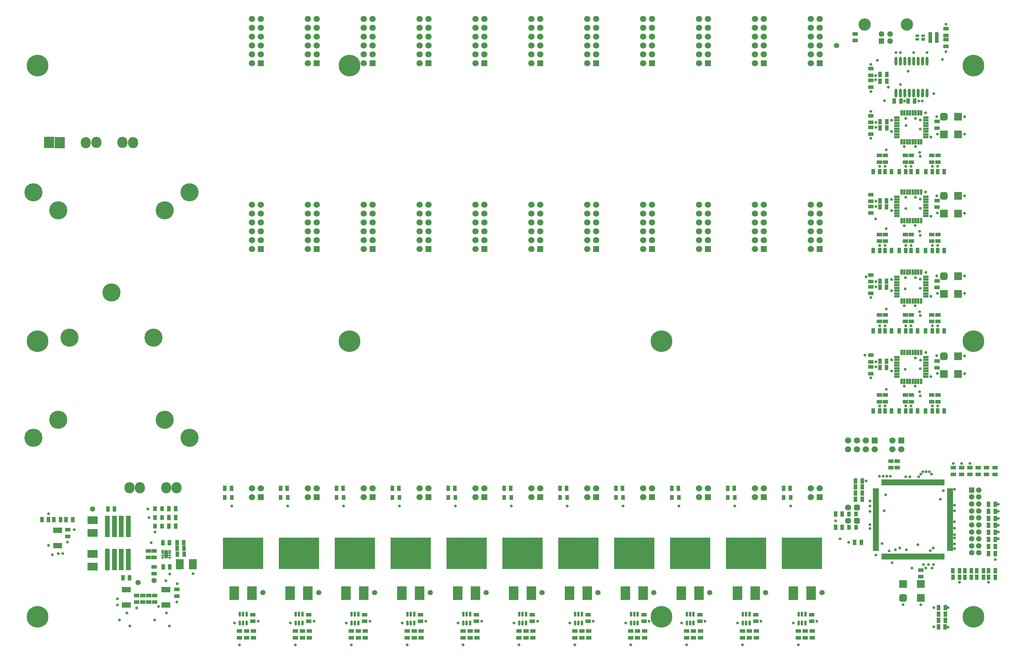
<source format=gts>
G04*
G04 #@! TF.GenerationSoftware,Altium Limited,Altium Designer,20.1.10 (176)*
G04*
G04 Layer_Color=8388736*
%FSAX42Y42*%
%MOMM*%
G71*
G04*
G04 #@! TF.SameCoordinates,6C51F090-7910-440F-980D-B9DEBD6B7A16*
G04*
G04*
G04 #@! TF.FilePolarity,Negative*
G04*
G01*
G75*
%ADD19R,1.00X1.50*%
%ADD20R,1.50X1.00*%
%ADD21R,1.09X1.47*%
%ADD22R,3.00X2.20*%
%ADD23R,11.63X9.09*%
%ADD24R,2.74X4.01*%
%ADD25O,0.71X1.47*%
%ADD26R,0.71X1.47*%
%ADD27O,0.55X1.80*%
%ADD28R,0.55X1.80*%
%ADD29R,1.80X0.55*%
%ADD30R,0.71X1.63*%
%ADD31R,1.63X0.71*%
%ADD32R,1.10X0.80*%
G04:AMPARAMS|DCode=33|XSize=1.1mm|YSize=0.8mm|CornerRadius=0.25mm|HoleSize=0mm|Usage=FLASHONLY|Rotation=180.000|XOffset=0mm|YOffset=0mm|HoleType=Round|Shape=RoundedRectangle|*
%AMROUNDEDRECTD33*
21,1,1.10,0.30,0,0,180.0*
21,1,0.60,0.80,0,0,180.0*
1,1,0.50,-0.30,0.15*
1,1,0.50,0.30,0.15*
1,1,0.50,0.30,-0.15*
1,1,0.50,-0.30,-0.15*
%
%ADD33ROUNDEDRECTD33*%
G04:AMPARAMS|DCode=34|XSize=0.5mm|YSize=1.65mm|CornerRadius=0.18mm|HoleSize=0mm|Usage=FLASHONLY|Rotation=180.000|XOffset=0mm|YOffset=0mm|HoleType=Round|Shape=RoundedRectangle|*
%AMROUNDEDRECTD34*
21,1,0.50,1.30,0,0,180.0*
21,1,0.15,1.65,0,0,180.0*
1,1,0.35,-0.08,0.65*
1,1,0.35,0.08,0.65*
1,1,0.35,0.08,-0.65*
1,1,0.35,-0.08,-0.65*
%
%ADD34ROUNDEDRECTD34*%
%ADD35R,0.50X1.65*%
%ADD36O,0.80X2.50*%
%ADD37R,1.30X2.10*%
%ADD38R,0.70X0.60*%
G04:AMPARAMS|DCode=39|XSize=0.6mm|YSize=0.7mm|CornerRadius=0.2mm|HoleSize=0mm|Usage=FLASHONLY|Rotation=90.000|XOffset=0mm|YOffset=0mm|HoleType=Round|Shape=RoundedRectangle|*
%AMROUNDEDRECTD39*
21,1,0.60,0.30,0,0,90.0*
21,1,0.20,0.70,0,0,90.0*
1,1,0.40,0.15,0.10*
1,1,0.40,0.15,-0.10*
1,1,0.40,-0.15,-0.10*
1,1,0.40,-0.15,0.10*
%
%ADD39ROUNDEDRECTD39*%
%ADD40R,2.20X3.00*%
G04:AMPARAMS|DCode=41|XSize=2.2mm|YSize=2.2mm|CornerRadius=0.6mm|HoleSize=0mm|Usage=FLASHONLY|Rotation=90.000|XOffset=0mm|YOffset=0mm|HoleType=Round|Shape=RoundedRectangle|*
%AMROUNDEDRECTD41*
21,1,2.20,1.00,0,0,90.0*
21,1,1.00,2.20,0,0,90.0*
1,1,1.20,0.50,0.50*
1,1,1.20,0.50,-0.50*
1,1,1.20,-0.50,-0.50*
1,1,1.20,-0.50,0.50*
%
%ADD41ROUNDEDRECTD41*%
%ADD42R,2.20X2.20*%
G04:AMPARAMS|DCode=43|XSize=2.2mm|YSize=2.2mm|CornerRadius=0.6mm|HoleSize=0mm|Usage=FLASHONLY|Rotation=0.000|XOffset=0mm|YOffset=0mm|HoleType=Round|Shape=RoundedRectangle|*
%AMROUNDEDRECTD43*
21,1,2.20,1.00,0,0,0.0*
21,1,1.00,2.20,0,0,0.0*
1,1,1.20,0.50,-0.50*
1,1,1.20,-0.50,-0.50*
1,1,1.20,-0.50,0.50*
1,1,1.20,0.50,0.50*
%
%ADD43ROUNDEDRECTD43*%
%ADD44R,2.20X2.20*%
%ADD45R,1.40X6.20*%
G04:AMPARAMS|DCode=46|XSize=6.2mm|YSize=1.4mm|CornerRadius=0.4mm|HoleSize=0mm|Usage=FLASHONLY|Rotation=90.000|XOffset=0mm|YOffset=0mm|HoleType=Round|Shape=RoundedRectangle|*
%AMROUNDEDRECTD46*
21,1,6.20,0.60,0,0,90.0*
21,1,5.40,1.40,0,0,90.0*
1,1,0.80,0.30,2.70*
1,1,0.80,0.30,-2.70*
1,1,0.80,-0.30,-2.70*
1,1,0.80,-0.30,2.70*
%
%ADD46ROUNDEDRECTD46*%
%ADD47C,1.80*%
%ADD48R,1.80X1.80*%
%ADD49R,1.61X1.61*%
%ADD50C,1.61*%
%ADD51C,3.52*%
%ADD52C,1.73*%
G04:AMPARAMS|DCode=53|XSize=1.73mm|YSize=1.73mm|CornerRadius=0.48mm|HoleSize=0mm|Usage=FLASHONLY|Rotation=180.000|XOffset=0mm|YOffset=0mm|HoleType=Round|Shape=RoundedRectangle|*
%AMROUNDEDRECTD53*
21,1,1.73,0.76,0,0,180.0*
21,1,0.76,1.73,0,0,180.0*
1,1,0.97,-0.38,0.38*
1,1,0.97,0.38,0.38*
1,1,0.97,0.38,-0.38*
1,1,0.97,-0.38,-0.38*
%
%ADD53ROUNDEDRECTD53*%
%ADD54O,2.90X3.20*%
%ADD55C,5.20*%
%ADD56R,2.90X3.20*%
%ADD57R,1.80X1.80*%
%ADD58C,1.57*%
%ADD59R,1.57X1.57*%
%ADD60C,0.80*%
%ADD61C,1.50*%
%ADD62C,6.20*%
D19*
X024835Y012125D02*
D03*
X025025D02*
D03*
X025365D02*
D03*
X025175D02*
D03*
X028335Y003436D02*
D03*
X028145D02*
D03*
Y003639D02*
D03*
X028335D02*
D03*
Y003842D02*
D03*
X028145D02*
D03*
X028145Y004044D02*
D03*
X028335D02*
D03*
X028335Y004247D02*
D03*
X028145D02*
D03*
X028335Y004450D02*
D03*
X028145D02*
D03*
X028335Y004652D02*
D03*
X028145D02*
D03*
X028335Y004855D02*
D03*
X028145D02*
D03*
X028145Y002765D02*
D03*
X028335D02*
D03*
X028335Y002945D02*
D03*
X028145D02*
D03*
X022462Y005310D02*
D03*
X022273D02*
D03*
X003355Y002745D02*
D03*
X003545D02*
D03*
X024498Y003760D02*
D03*
X024307D02*
D03*
X024335Y005000D02*
D03*
X024525D02*
D03*
X024335Y005175D02*
D03*
X024525D02*
D03*
X026710Y001340D02*
D03*
X026900D02*
D03*
X026901Y001522D02*
D03*
X026711D02*
D03*
X026901Y001703D02*
D03*
X026711D02*
D03*
X027311Y002765D02*
D03*
X027121D02*
D03*
X027120Y002945D02*
D03*
X027310D02*
D03*
X001380Y004410D02*
D03*
X001570D02*
D03*
X001725D02*
D03*
X001916D02*
D03*
X003112Y004720D02*
D03*
X002923D02*
D03*
X008062Y005310D02*
D03*
X007872D02*
D03*
X009662D02*
D03*
X009472D02*
D03*
X011262D02*
D03*
X011072D02*
D03*
X012862D02*
D03*
X012672D02*
D03*
X020673D02*
D03*
X020862D02*
D03*
X024525Y005525D02*
D03*
X024335D02*
D03*
X024525Y005350D02*
D03*
X024335D02*
D03*
X026112Y007525D02*
D03*
X025923D02*
D03*
X026112Y012125D02*
D03*
X025923D02*
D03*
X025923Y014390D02*
D03*
X026113D02*
D03*
X026531Y007525D02*
D03*
X026341D02*
D03*
X026531Y012125D02*
D03*
X026341D02*
D03*
X026342Y014390D02*
D03*
X026532D02*
D03*
X026662Y018155D02*
D03*
X026473D02*
D03*
Y018305D02*
D03*
X026662D02*
D03*
X026901Y001885D02*
D03*
X026711D02*
D03*
X026681Y007525D02*
D03*
X026871D02*
D03*
X026681Y012125D02*
D03*
X026871D02*
D03*
X026872Y014390D02*
D03*
X026682D02*
D03*
X025923Y009825D02*
D03*
X026112D02*
D03*
X026341D02*
D03*
X026531D02*
D03*
X026871D02*
D03*
X026681D02*
D03*
X004690Y003750D02*
D03*
X004500D02*
D03*
X005097D02*
D03*
X004908D02*
D03*
X023952Y004190D02*
D03*
X023762D02*
D03*
X023950Y004570D02*
D03*
X023760D02*
D03*
X025224Y011075D02*
D03*
X025035D02*
D03*
X025225Y016975D02*
D03*
X025035D02*
D03*
Y017174D02*
D03*
X025225D02*
D03*
X027462Y002765D02*
D03*
X027652D02*
D03*
X027652Y002945D02*
D03*
X027462D02*
D03*
X027994Y002765D02*
D03*
X027804D02*
D03*
X027803Y002945D02*
D03*
X027993D02*
D03*
X001035Y004410D02*
D03*
X001225D02*
D03*
X004508Y003054D02*
D03*
X004697D02*
D03*
X005103Y003590D02*
D03*
X004912D02*
D03*
X004862Y004723D02*
D03*
X004672D02*
D03*
Y004472D02*
D03*
X004862D02*
D03*
X006462Y005310D02*
D03*
X006272D02*
D03*
X014462D02*
D03*
X014273D02*
D03*
X016062D02*
D03*
X015873D02*
D03*
X017662D02*
D03*
X017473D02*
D03*
X019262D02*
D03*
X019073D02*
D03*
X025175Y007525D02*
D03*
X025365D02*
D03*
X025025D02*
D03*
X024835D02*
D03*
X025035Y008947D02*
D03*
X025224D02*
D03*
X025035Y008775D02*
D03*
X025224D02*
D03*
Y011247D02*
D03*
X025035D02*
D03*
Y013547D02*
D03*
X025224D02*
D03*
X025035Y013375D02*
D03*
X025224D02*
D03*
X025366Y014390D02*
D03*
X025176D02*
D03*
X024836D02*
D03*
X025026D02*
D03*
X025225Y015813D02*
D03*
X025035D02*
D03*
X025225Y015640D02*
D03*
X025035D02*
D03*
X025582Y007525D02*
D03*
X025773D02*
D03*
X025582Y012125D02*
D03*
X025773D02*
D03*
X025773Y014390D02*
D03*
X025583D02*
D03*
X004920Y003420D02*
D03*
X005110D02*
D03*
X004672Y004222D02*
D03*
X004862D02*
D03*
X025365Y009825D02*
D03*
X025175D02*
D03*
X024835D02*
D03*
X025025D02*
D03*
X025773D02*
D03*
X025582D02*
D03*
X025443Y016410D02*
D03*
X025633D02*
D03*
X025838D02*
D03*
X026027D02*
D03*
D20*
X027133Y005899D02*
D03*
Y005710D02*
D03*
X027371Y005899D02*
D03*
Y005710D02*
D03*
X027609Y005899D02*
D03*
Y005710D02*
D03*
X022895Y001216D02*
D03*
Y001026D02*
D03*
X023095D02*
D03*
Y001216D02*
D03*
X022695Y001026D02*
D03*
Y001216D02*
D03*
X021295D02*
D03*
Y001026D02*
D03*
X021495D02*
D03*
Y001216D02*
D03*
X021095Y001026D02*
D03*
Y001216D02*
D03*
X019695D02*
D03*
Y001026D02*
D03*
X019895D02*
D03*
Y001216D02*
D03*
X019495Y001026D02*
D03*
Y001216D02*
D03*
X018295Y001026D02*
D03*
Y001216D02*
D03*
X018095D02*
D03*
Y001026D02*
D03*
X017895D02*
D03*
Y001216D02*
D03*
X016695Y001026D02*
D03*
Y001216D02*
D03*
X016495D02*
D03*
Y001026D02*
D03*
X016295D02*
D03*
Y001216D02*
D03*
X014895D02*
D03*
Y001026D02*
D03*
X015095D02*
D03*
Y001216D02*
D03*
X014695Y001026D02*
D03*
Y001216D02*
D03*
X013495Y001026D02*
D03*
Y001216D02*
D03*
X013295D02*
D03*
Y001026D02*
D03*
X013095D02*
D03*
Y001216D02*
D03*
X011895Y001026D02*
D03*
Y001216D02*
D03*
X011695Y001027D02*
D03*
Y001217D02*
D03*
X011495Y001026D02*
D03*
Y001216D02*
D03*
X010295Y001026D02*
D03*
Y001216D02*
D03*
X010095Y001027D02*
D03*
Y001217D02*
D03*
X009895Y001026D02*
D03*
Y001216D02*
D03*
X008695Y001026D02*
D03*
Y001216D02*
D03*
X008495Y001027D02*
D03*
Y001217D02*
D03*
X008295Y001026D02*
D03*
Y001216D02*
D03*
X007095Y001026D02*
D03*
Y001216D02*
D03*
X006895Y001217D02*
D03*
Y001027D02*
D03*
X006695Y001026D02*
D03*
Y001216D02*
D03*
X010275Y001690D02*
D03*
Y001500D02*
D03*
X011875D02*
D03*
Y001690D02*
D03*
X023075D02*
D03*
Y001500D02*
D03*
X026518Y007983D02*
D03*
Y007793D02*
D03*
Y010093D02*
D03*
Y010283D02*
D03*
X026923Y018167D02*
D03*
Y017977D02*
D03*
X003750Y002046D02*
D03*
Y002236D02*
D03*
X025525Y005900D02*
D03*
Y006090D02*
D03*
X026518Y012583D02*
D03*
Y012393D02*
D03*
X026519Y014658D02*
D03*
Y014848D02*
D03*
X026923Y018293D02*
D03*
Y018483D02*
D03*
X028323Y005710D02*
D03*
Y005900D02*
D03*
X004085Y003515D02*
D03*
Y003325D02*
D03*
X004250D02*
D03*
Y003515D02*
D03*
X007075Y001690D02*
D03*
Y001500D02*
D03*
X008675Y001690D02*
D03*
Y001500D02*
D03*
X013475D02*
D03*
Y001690D02*
D03*
X015075Y001500D02*
D03*
Y001690D02*
D03*
X016675Y001500D02*
D03*
Y001690D02*
D03*
X018275Y001500D02*
D03*
Y001690D02*
D03*
X019875Y001500D02*
D03*
Y001690D02*
D03*
X021475D02*
D03*
Y001500D02*
D03*
X024325Y018145D02*
D03*
Y018335D02*
D03*
X025013Y007792D02*
D03*
Y007982D02*
D03*
X025188Y007792D02*
D03*
Y007982D02*
D03*
X024770Y008597D02*
D03*
Y008787D02*
D03*
X025013Y010282D02*
D03*
Y010092D02*
D03*
X025188Y010282D02*
D03*
Y010092D02*
D03*
X024770Y011087D02*
D03*
Y010897D02*
D03*
Y011235D02*
D03*
Y011425D02*
D03*
Y013725D02*
D03*
Y013535D02*
D03*
X024771Y015800D02*
D03*
Y015990D02*
D03*
X024770Y016810D02*
D03*
Y017000D02*
D03*
Y017149D02*
D03*
Y017339D02*
D03*
X025935Y007983D02*
D03*
Y007793D02*
D03*
X025760Y007983D02*
D03*
Y007793D02*
D03*
X025935Y010093D02*
D03*
Y010283D02*
D03*
X025760Y010093D02*
D03*
Y010283D02*
D03*
X026202Y002967D02*
D03*
Y002777D02*
D03*
X026694Y007983D02*
D03*
Y007793D02*
D03*
Y010093D02*
D03*
Y010283D02*
D03*
X026665Y011257D02*
D03*
Y011067D02*
D03*
Y013557D02*
D03*
Y013367D02*
D03*
X003922Y002237D02*
D03*
Y002047D02*
D03*
X004266Y002237D02*
D03*
Y002047D02*
D03*
X004903Y002410D02*
D03*
Y002220D02*
D03*
X004247Y003054D02*
D03*
Y002864D02*
D03*
X024770Y009125D02*
D03*
Y008935D02*
D03*
X025013Y012392D02*
D03*
Y012582D02*
D03*
X025188Y012392D02*
D03*
Y012582D02*
D03*
X024770Y013197D02*
D03*
Y013387D02*
D03*
X025013Y014848D02*
D03*
Y014658D02*
D03*
X025188Y014848D02*
D03*
Y014658D02*
D03*
X024771Y015653D02*
D03*
Y015463D02*
D03*
X025935Y012583D02*
D03*
Y012393D02*
D03*
X025760Y012583D02*
D03*
Y012393D02*
D03*
X025935Y014658D02*
D03*
Y014848D02*
D03*
X025761Y014658D02*
D03*
Y014848D02*
D03*
X026665Y008957D02*
D03*
Y008767D02*
D03*
X026694Y012583D02*
D03*
Y012393D02*
D03*
X026694Y014658D02*
D03*
Y014848D02*
D03*
X026665Y015823D02*
D03*
Y015632D02*
D03*
X028085Y005710D02*
D03*
Y005900D02*
D03*
X027847Y005710D02*
D03*
Y005900D02*
D03*
X001775Y003931D02*
D03*
Y004121D02*
D03*
X004094Y002237D02*
D03*
Y002047D02*
D03*
X025350Y006090D02*
D03*
Y005900D02*
D03*
D21*
X022476Y005050D02*
D03*
X022273D02*
D03*
X020876D02*
D03*
X020673D02*
D03*
X019072D02*
D03*
X019275D02*
D03*
X017472D02*
D03*
X017675D02*
D03*
X015872D02*
D03*
X016075D02*
D03*
X014272D02*
D03*
X014475D02*
D03*
X012672D02*
D03*
X012875D02*
D03*
X011072D02*
D03*
X011275D02*
D03*
X009472D02*
D03*
X009675D02*
D03*
X007872D02*
D03*
X008075D02*
D03*
X006272D02*
D03*
X006475D02*
D03*
X024346Y004569D02*
D03*
X024143D02*
D03*
X024346Y004189D02*
D03*
X024143D02*
D03*
X004276Y004724D02*
D03*
X004479D02*
D03*
X004480Y004474D02*
D03*
X004276D02*
D03*
X004476Y004224D02*
D03*
X004273D02*
D03*
D22*
X002488Y003433D02*
D03*
Y003064D02*
D03*
Y004027D02*
D03*
Y004395D02*
D03*
D23*
X022802Y003450D02*
D03*
X021202D02*
D03*
X006800D02*
D03*
X008400D02*
D03*
X010000D02*
D03*
X011600D02*
D03*
X013200D02*
D03*
X014800D02*
D03*
X016400D02*
D03*
X018000D02*
D03*
X019600D02*
D03*
D24*
X023057Y002307D02*
D03*
X022549D02*
D03*
X020949D02*
D03*
X021457D02*
D03*
X006546D02*
D03*
X007054D02*
D03*
X008654D02*
D03*
X008146D02*
D03*
X009746D02*
D03*
X010254D02*
D03*
X011854D02*
D03*
X011346D02*
D03*
X012946D02*
D03*
X013454D02*
D03*
X014546D02*
D03*
X015054D02*
D03*
X016654D02*
D03*
X016146D02*
D03*
X017746D02*
D03*
X018254D02*
D03*
X019854D02*
D03*
X019346D02*
D03*
D25*
X006800Y001704D02*
D03*
X006705D02*
D03*
Y001450D02*
D03*
X006895D02*
D03*
X006800D02*
D03*
X008400Y001704D02*
D03*
X008305D02*
D03*
Y001450D02*
D03*
X008495D02*
D03*
X008400D02*
D03*
X010000D02*
D03*
X010095D02*
D03*
X009905D02*
D03*
Y001704D02*
D03*
X010000D02*
D03*
X011600Y001450D02*
D03*
X011695D02*
D03*
X011505D02*
D03*
Y001704D02*
D03*
X011600D02*
D03*
X013200Y001450D02*
D03*
X013295D02*
D03*
X013105D02*
D03*
Y001704D02*
D03*
X013200D02*
D03*
X014800Y001450D02*
D03*
X014895D02*
D03*
X014705D02*
D03*
Y001704D02*
D03*
X014800D02*
D03*
X016400Y001450D02*
D03*
X016495D02*
D03*
X016305D02*
D03*
Y001704D02*
D03*
X016400D02*
D03*
X018000Y001450D02*
D03*
X018095D02*
D03*
X017905D02*
D03*
Y001704D02*
D03*
X018000D02*
D03*
X019600Y001450D02*
D03*
X019695D02*
D03*
X019505D02*
D03*
Y001704D02*
D03*
X019600D02*
D03*
X021202D02*
D03*
X021107D02*
D03*
Y001450D02*
D03*
X021298D02*
D03*
X021202D02*
D03*
X022802Y001704D02*
D03*
X022707D02*
D03*
Y001450D02*
D03*
X022898D02*
D03*
X022802D02*
D03*
D26*
X006895Y001704D02*
D03*
X008495D02*
D03*
X010095D02*
D03*
X011695D02*
D03*
X013295D02*
D03*
X014895D02*
D03*
X016495D02*
D03*
X018095D02*
D03*
X019695D02*
D03*
X021298D02*
D03*
X022898D02*
D03*
D27*
X025100Y003350D02*
D03*
D28*
X025150D02*
D03*
X025200D02*
D03*
X025250D02*
D03*
X025300D02*
D03*
X025350D02*
D03*
X025400D02*
D03*
X025450D02*
D03*
X025500D02*
D03*
X025550D02*
D03*
X025600D02*
D03*
X025650D02*
D03*
X025700D02*
D03*
X025750D02*
D03*
X025800D02*
D03*
X025850D02*
D03*
X025900D02*
D03*
X025950D02*
D03*
X026000D02*
D03*
X026050D02*
D03*
X026100D02*
D03*
X026150D02*
D03*
X026200D02*
D03*
X026250D02*
D03*
X026300D02*
D03*
X026350D02*
D03*
X026400D02*
D03*
X026450D02*
D03*
X026500D02*
D03*
X026550D02*
D03*
X026600D02*
D03*
X026650D02*
D03*
X026700D02*
D03*
X026750D02*
D03*
X026800D02*
D03*
X026850D02*
D03*
Y005475D02*
D03*
X026800D02*
D03*
X026750D02*
D03*
X026700D02*
D03*
X026650D02*
D03*
X026600D02*
D03*
X026550D02*
D03*
X026500D02*
D03*
X026450D02*
D03*
X026400D02*
D03*
X026350D02*
D03*
X026300D02*
D03*
X026250D02*
D03*
X026200D02*
D03*
X026150D02*
D03*
X026100D02*
D03*
X026050D02*
D03*
X026000D02*
D03*
X025950D02*
D03*
X025900D02*
D03*
X025850D02*
D03*
X025800D02*
D03*
X025750D02*
D03*
X025700D02*
D03*
X025650D02*
D03*
X025600D02*
D03*
X025550D02*
D03*
X025500D02*
D03*
X025450D02*
D03*
X025400D02*
D03*
X025350D02*
D03*
X025300D02*
D03*
X025250D02*
D03*
X025200D02*
D03*
X025150D02*
D03*
X025100D02*
D03*
D29*
X027038Y003538D02*
D03*
Y003588D02*
D03*
Y003638D02*
D03*
Y003688D02*
D03*
Y003738D02*
D03*
Y003788D02*
D03*
Y003838D02*
D03*
Y003888D02*
D03*
Y003938D02*
D03*
Y003988D02*
D03*
Y004038D02*
D03*
Y004088D02*
D03*
Y004138D02*
D03*
Y004188D02*
D03*
Y004238D02*
D03*
Y004288D02*
D03*
Y004338D02*
D03*
Y004388D02*
D03*
Y004438D02*
D03*
Y004488D02*
D03*
Y004538D02*
D03*
Y004588D02*
D03*
Y004638D02*
D03*
Y004688D02*
D03*
Y004738D02*
D03*
Y004788D02*
D03*
Y004838D02*
D03*
Y004888D02*
D03*
Y004938D02*
D03*
Y004988D02*
D03*
Y005038D02*
D03*
Y005088D02*
D03*
Y005138D02*
D03*
Y005188D02*
D03*
Y005238D02*
D03*
Y005288D02*
D03*
X024912D02*
D03*
Y005238D02*
D03*
Y005188D02*
D03*
Y005138D02*
D03*
Y005088D02*
D03*
Y005038D02*
D03*
Y004988D02*
D03*
Y004938D02*
D03*
Y004888D02*
D03*
Y004838D02*
D03*
Y004788D02*
D03*
Y004738D02*
D03*
Y004688D02*
D03*
Y004638D02*
D03*
Y004588D02*
D03*
Y004538D02*
D03*
Y004488D02*
D03*
Y004438D02*
D03*
Y004388D02*
D03*
Y004338D02*
D03*
Y004288D02*
D03*
Y004238D02*
D03*
Y004188D02*
D03*
Y004138D02*
D03*
Y004088D02*
D03*
Y004038D02*
D03*
Y003988D02*
D03*
Y003938D02*
D03*
Y003888D02*
D03*
Y003838D02*
D03*
Y003788D02*
D03*
Y003738D02*
D03*
Y003688D02*
D03*
Y003638D02*
D03*
Y003588D02*
D03*
Y003538D02*
D03*
D30*
X026209Y009205D02*
D03*
X026130D02*
D03*
X026049D02*
D03*
X025970D02*
D03*
X025889D02*
D03*
X025810D02*
D03*
X025729D02*
D03*
X025650D02*
D03*
Y008377D02*
D03*
X025729D02*
D03*
X025810D02*
D03*
X025889D02*
D03*
X025970D02*
D03*
X026049D02*
D03*
X026130D02*
D03*
X026209D02*
D03*
Y011505D02*
D03*
X026130D02*
D03*
X026049D02*
D03*
X025970D02*
D03*
X025889D02*
D03*
X025810D02*
D03*
X025729D02*
D03*
X025650D02*
D03*
Y010677D02*
D03*
X025729D02*
D03*
X025810D02*
D03*
X025889D02*
D03*
X025970D02*
D03*
X026049D02*
D03*
X026130D02*
D03*
X026209D02*
D03*
Y013805D02*
D03*
X026130D02*
D03*
X026049D02*
D03*
X025970D02*
D03*
X025889D02*
D03*
X025810D02*
D03*
X025729D02*
D03*
X025650D02*
D03*
Y012977D02*
D03*
X025729D02*
D03*
X025810D02*
D03*
X025889D02*
D03*
X025970D02*
D03*
X026049D02*
D03*
X026130D02*
D03*
X026209D02*
D03*
X026209Y015242D02*
D03*
X026131D02*
D03*
X026049D02*
D03*
X025970D02*
D03*
X025889D02*
D03*
X025810D02*
D03*
X025729D02*
D03*
X025650D02*
D03*
Y016070D02*
D03*
X025729D02*
D03*
X025810D02*
D03*
X025889D02*
D03*
X025970D02*
D03*
X026049D02*
D03*
X026131D02*
D03*
X026209D02*
D03*
D31*
X025515Y009070D02*
D03*
Y008992D02*
D03*
Y008910D02*
D03*
Y008832D02*
D03*
Y008750D02*
D03*
Y008672D02*
D03*
Y008590D02*
D03*
Y008512D02*
D03*
X026343D02*
D03*
Y008590D02*
D03*
Y008672D02*
D03*
Y008750D02*
D03*
Y008832D02*
D03*
Y008910D02*
D03*
Y008992D02*
D03*
Y009070D02*
D03*
X025515Y011370D02*
D03*
Y011292D02*
D03*
Y011210D02*
D03*
Y011132D02*
D03*
Y011050D02*
D03*
Y010972D02*
D03*
Y010890D02*
D03*
Y010812D02*
D03*
X026343D02*
D03*
Y010890D02*
D03*
Y010972D02*
D03*
Y011050D02*
D03*
Y011132D02*
D03*
Y011210D02*
D03*
Y011292D02*
D03*
Y011370D02*
D03*
X025515Y013670D02*
D03*
Y013592D02*
D03*
Y013510D02*
D03*
Y013432D02*
D03*
Y013350D02*
D03*
Y013272D02*
D03*
Y013190D02*
D03*
Y013112D02*
D03*
X026343D02*
D03*
Y013190D02*
D03*
Y013272D02*
D03*
Y013350D02*
D03*
Y013432D02*
D03*
Y013510D02*
D03*
Y013592D02*
D03*
Y013670D02*
D03*
X026344Y015936D02*
D03*
Y015857D02*
D03*
Y015776D02*
D03*
Y015697D02*
D03*
Y015616D02*
D03*
Y015537D02*
D03*
Y015456D02*
D03*
Y015377D02*
D03*
X025516D02*
D03*
Y015456D02*
D03*
Y015537D02*
D03*
Y015616D02*
D03*
Y015697D02*
D03*
Y015776D02*
D03*
Y015857D02*
D03*
Y015936D02*
D03*
D32*
X026098Y018180D02*
D03*
Y018280D02*
D03*
X026267D02*
D03*
D33*
Y018180D02*
D03*
D34*
X001390Y003670D02*
D03*
X003350Y001967D02*
D03*
X004488D02*
D03*
D35*
X001440Y003670D02*
D03*
X001490D02*
D03*
X001540D02*
D03*
X001590D02*
D03*
X001390Y004110D02*
D03*
X001440D02*
D03*
X001490D02*
D03*
X001540D02*
D03*
X001590D02*
D03*
X003550Y002408D02*
D03*
X003500D02*
D03*
X003450D02*
D03*
X003400D02*
D03*
X003350D02*
D03*
X003550Y001967D02*
D03*
X003500D02*
D03*
X003450D02*
D03*
X003400D02*
D03*
X004538D02*
D03*
X004588D02*
D03*
X004638D02*
D03*
X004688D02*
D03*
X004488Y002408D02*
D03*
X004538D02*
D03*
X004588D02*
D03*
X004638D02*
D03*
X004688D02*
D03*
D36*
X026383Y017552D02*
D03*
X026255D02*
D03*
X026129D02*
D03*
X026002D02*
D03*
X025874D02*
D03*
X025748D02*
D03*
X025620D02*
D03*
X025493D02*
D03*
X026383Y016638D02*
D03*
X026255D02*
D03*
X026129D02*
D03*
X026002D02*
D03*
X025874D02*
D03*
X025748D02*
D03*
X025620D02*
D03*
X025493D02*
D03*
D37*
X004595Y003420D02*
D03*
D38*
X004700Y003322D02*
D03*
Y003388D02*
D03*
Y003453D02*
D03*
Y003517D02*
D03*
X004490Y003322D02*
D03*
Y003388D02*
D03*
Y003453D02*
D03*
D39*
Y003517D02*
D03*
D40*
X004988Y003130D02*
D03*
X005356D02*
D03*
D41*
X025695Y002167D02*
D03*
D42*
Y002567D02*
D03*
X026202Y002167D02*
D03*
Y002567D02*
D03*
D43*
X026865Y009092D02*
D03*
Y011392D02*
D03*
Y013692D02*
D03*
X026865Y015957D02*
D03*
D44*
X027265Y009092D02*
D03*
X026865Y008584D02*
D03*
X027265D02*
D03*
Y011392D02*
D03*
X026865Y010884D02*
D03*
X027265D02*
D03*
Y013692D02*
D03*
X026865Y013184D02*
D03*
X027265D02*
D03*
X027265Y015957D02*
D03*
X026865Y015449D02*
D03*
X027265D02*
D03*
D45*
X003512Y004220D02*
D03*
X003312D02*
D03*
X003112D02*
D03*
X002912D02*
D03*
X003512Y003270D02*
D03*
X003312D02*
D03*
X003112D02*
D03*
D46*
X002912D02*
D03*
D47*
X021451Y018002D02*
D03*
X021705D02*
D03*
X021451Y017748D02*
D03*
X021705D02*
D03*
X021451Y017494D02*
D03*
X021705Y018256D02*
D03*
X021451Y018510D02*
D03*
X021705D02*
D03*
X021451Y018764D02*
D03*
X021705D02*
D03*
X021451Y018256D02*
D03*
X007052Y005054D02*
D03*
X007306Y005308D02*
D03*
X007052D02*
D03*
X008652D02*
D03*
X008906D02*
D03*
X008652Y005054D02*
D03*
X015051Y012675D02*
D03*
X015305D02*
D03*
X015051Y012421D02*
D03*
X015305D02*
D03*
X015051Y012167D02*
D03*
X015305Y012929D02*
D03*
X015051Y013183D02*
D03*
X015305D02*
D03*
X015051Y013437D02*
D03*
X015305D02*
D03*
X015051Y012929D02*
D03*
X016651D02*
D03*
X016905Y013437D02*
D03*
X016651D02*
D03*
X016905Y013183D02*
D03*
X016651D02*
D03*
X016905Y012929D02*
D03*
X016651Y012167D02*
D03*
X016905Y012421D02*
D03*
X016651D02*
D03*
X016905Y012675D02*
D03*
X016651D02*
D03*
X018252Y005308D02*
D03*
X018506D02*
D03*
X018252Y005054D02*
D03*
X018251Y012675D02*
D03*
X018505D02*
D03*
X018251Y012421D02*
D03*
X018505D02*
D03*
X018251Y012167D02*
D03*
X018505Y012929D02*
D03*
X018251Y013183D02*
D03*
X018505D02*
D03*
X018251Y013437D02*
D03*
X018505D02*
D03*
X018251Y012929D02*
D03*
X019852Y005054D02*
D03*
X020106Y005308D02*
D03*
X019852D02*
D03*
X021452D02*
D03*
X021706D02*
D03*
X021452Y005054D02*
D03*
X007051Y018002D02*
D03*
X007305D02*
D03*
X007051Y017748D02*
D03*
X007305D02*
D03*
X007051Y017494D02*
D03*
X007305Y018256D02*
D03*
X007051Y018510D02*
D03*
X007305D02*
D03*
X007051Y018764D02*
D03*
X007305D02*
D03*
X007051Y018256D02*
D03*
X008651D02*
D03*
X008905Y018764D02*
D03*
X008651D02*
D03*
X008905Y018510D02*
D03*
X008651D02*
D03*
X008905Y018256D02*
D03*
X008651Y017494D02*
D03*
X008905Y017748D02*
D03*
X008651D02*
D03*
X008905Y018002D02*
D03*
X008651D02*
D03*
X010252Y005054D02*
D03*
X010506Y005308D02*
D03*
X010252D02*
D03*
X010251Y018002D02*
D03*
X010505D02*
D03*
X010251Y017748D02*
D03*
X010505D02*
D03*
X010251Y017494D02*
D03*
X010505Y018256D02*
D03*
X010251Y018510D02*
D03*
X010505D02*
D03*
X010251Y018764D02*
D03*
X010505D02*
D03*
X010251Y018256D02*
D03*
X011852Y005308D02*
D03*
X012106D02*
D03*
X011852Y005054D02*
D03*
X011851Y018256D02*
D03*
X012105Y018764D02*
D03*
X011851D02*
D03*
X012105Y018510D02*
D03*
X011851D02*
D03*
X012105Y018256D02*
D03*
X011851Y017494D02*
D03*
X012105Y017748D02*
D03*
X011851D02*
D03*
X012105Y018002D02*
D03*
X011851D02*
D03*
X013452Y005054D02*
D03*
X013706Y005308D02*
D03*
X013452D02*
D03*
X013451Y018002D02*
D03*
X013705D02*
D03*
X013451Y017748D02*
D03*
X013705D02*
D03*
X013451Y017494D02*
D03*
X013705Y018256D02*
D03*
X013451Y018510D02*
D03*
X013705D02*
D03*
X013451Y018764D02*
D03*
X013705D02*
D03*
X013451Y018256D02*
D03*
X015051D02*
D03*
X015305Y018764D02*
D03*
X015051D02*
D03*
X015305Y018510D02*
D03*
X015051D02*
D03*
X015305Y018256D02*
D03*
X015051Y017494D02*
D03*
X015305Y017748D02*
D03*
X015051D02*
D03*
X015305Y018002D02*
D03*
X015051D02*
D03*
X015052Y005308D02*
D03*
X015306D02*
D03*
X015052Y005054D02*
D03*
X016651Y018002D02*
D03*
X016905D02*
D03*
X016651Y017748D02*
D03*
X016905D02*
D03*
X016651Y017494D02*
D03*
X016905Y018256D02*
D03*
X016651Y018510D02*
D03*
X016905D02*
D03*
X016651Y018764D02*
D03*
X016905D02*
D03*
X016651Y018256D02*
D03*
X016652Y005054D02*
D03*
X016906Y005308D02*
D03*
X016652D02*
D03*
X018251Y018256D02*
D03*
X018505Y018764D02*
D03*
X018251D02*
D03*
X018505Y018510D02*
D03*
X018251D02*
D03*
X018505Y018256D02*
D03*
X018251Y017494D02*
D03*
X018505Y017748D02*
D03*
X018251D02*
D03*
X018505Y018002D02*
D03*
X018251D02*
D03*
X019851D02*
D03*
X020105D02*
D03*
X019851Y017748D02*
D03*
X020105D02*
D03*
X019851Y017494D02*
D03*
X020105Y018256D02*
D03*
X019851Y018510D02*
D03*
X020105D02*
D03*
X019851Y018764D02*
D03*
X020105D02*
D03*
X019851Y018256D02*
D03*
X023052Y005054D02*
D03*
X023306Y005308D02*
D03*
X023052D02*
D03*
X023051Y018002D02*
D03*
X023305D02*
D03*
X023051Y017748D02*
D03*
X023305D02*
D03*
X023051Y017494D02*
D03*
X023305Y018256D02*
D03*
X023051Y018510D02*
D03*
X023305D02*
D03*
X023051Y018764D02*
D03*
X023305D02*
D03*
X023051Y018256D02*
D03*
X024121Y006680D02*
D03*
X024629D02*
D03*
X024375D02*
D03*
X024121Y006426D02*
D03*
X024375D02*
D03*
X024629D02*
D03*
X024883D02*
D03*
X025392Y006426D02*
D03*
Y006680D02*
D03*
X025646Y006426D02*
D03*
X007051Y012675D02*
D03*
X007305D02*
D03*
X007051Y012421D02*
D03*
X007305D02*
D03*
X007051Y012167D02*
D03*
X007305Y012929D02*
D03*
X007051Y013183D02*
D03*
X007305D02*
D03*
X007051Y013437D02*
D03*
X007305D02*
D03*
X007051Y012929D02*
D03*
X008651D02*
D03*
X008905Y013437D02*
D03*
X008651D02*
D03*
X008905Y013183D02*
D03*
X008651D02*
D03*
X008905Y012929D02*
D03*
X008651Y012167D02*
D03*
X008905Y012421D02*
D03*
X008651D02*
D03*
X008905Y012675D02*
D03*
X008651D02*
D03*
X010251D02*
D03*
X010505D02*
D03*
X010251Y012421D02*
D03*
X010505D02*
D03*
X010251Y012167D02*
D03*
X010505Y012929D02*
D03*
X010251Y013183D02*
D03*
X010505D02*
D03*
X010251Y013437D02*
D03*
X010505D02*
D03*
X010251Y012929D02*
D03*
X011851D02*
D03*
X012105Y013437D02*
D03*
X011851D02*
D03*
X012105Y013183D02*
D03*
X011851D02*
D03*
X012105Y012929D02*
D03*
X011851Y012167D02*
D03*
X012105Y012421D02*
D03*
X011851D02*
D03*
X012105Y012675D02*
D03*
X011851D02*
D03*
X013451Y012929D02*
D03*
X013705Y013437D02*
D03*
X013451D02*
D03*
X013705Y013183D02*
D03*
X013451D02*
D03*
X013705Y012929D02*
D03*
X013451Y012167D02*
D03*
X013705Y012421D02*
D03*
X013451D02*
D03*
X013705Y012675D02*
D03*
X013451D02*
D03*
X019851Y012929D02*
D03*
X020105Y013437D02*
D03*
X019851D02*
D03*
X020105Y013183D02*
D03*
X019851D02*
D03*
X020105Y012929D02*
D03*
X019851Y012167D02*
D03*
X020105Y012421D02*
D03*
X019851D02*
D03*
X020105Y012675D02*
D03*
X019851D02*
D03*
X021451D02*
D03*
X021705D02*
D03*
X021451Y012421D02*
D03*
X021705D02*
D03*
X021451Y012167D02*
D03*
X021705Y012929D02*
D03*
X021451Y013183D02*
D03*
X021705D02*
D03*
X021451Y013437D02*
D03*
X021705D02*
D03*
X021451Y012929D02*
D03*
X023051D02*
D03*
X023305Y013437D02*
D03*
X023051D02*
D03*
X023305Y013183D02*
D03*
X023051D02*
D03*
X023305Y012929D02*
D03*
X023051Y012167D02*
D03*
X023305Y012421D02*
D03*
X023051D02*
D03*
X023305Y012675D02*
D03*
X023051D02*
D03*
D48*
X021705Y017494D02*
D03*
X007306Y005054D02*
D03*
X008906D02*
D03*
X015305Y012167D02*
D03*
X016905D02*
D03*
X018506Y005054D02*
D03*
X018505Y012167D02*
D03*
X020106Y005054D02*
D03*
X021706D02*
D03*
X007305Y017494D02*
D03*
X008905D02*
D03*
X010506Y005054D02*
D03*
X010505Y017494D02*
D03*
X012106Y005054D02*
D03*
X012105Y017494D02*
D03*
X013706Y005054D02*
D03*
X013705Y017494D02*
D03*
X015305D02*
D03*
X015306Y005054D02*
D03*
X016905Y017494D02*
D03*
X016906Y005054D02*
D03*
X018505Y017494D02*
D03*
X020105D02*
D03*
X023306Y005054D02*
D03*
X023305Y017494D02*
D03*
X007305Y012167D02*
D03*
X008905D02*
D03*
X010505D02*
D03*
X012105D02*
D03*
X013705D02*
D03*
X020105D02*
D03*
X021705D02*
D03*
X023305D02*
D03*
D49*
X025073Y018130D02*
D03*
D50*
X025323D02*
D03*
Y018330D02*
D03*
X025073D02*
D03*
D51*
X025800Y018600D02*
D03*
X024596D02*
D03*
D52*
X024117Y004759D02*
D03*
Y004379D02*
D03*
D53*
X024371Y004759D02*
D03*
Y004379D02*
D03*
D54*
X003645Y015215D02*
D03*
X003345Y015220D02*
D03*
X004895Y005325D02*
D03*
X002295Y015215D02*
D03*
X004595Y005325D02*
D03*
X003845D02*
D03*
X002595Y015220D02*
D03*
X003545Y005325D02*
D03*
D55*
X001505Y007275D02*
D03*
X004555D02*
D03*
X001830Y009625D02*
D03*
X004230D02*
D03*
X003030Y010925D02*
D03*
X004555Y013275D02*
D03*
X005265Y013790D02*
D03*
X000795Y006760D02*
D03*
X005265D02*
D03*
X000795Y013790D02*
D03*
X001505Y013275D02*
D03*
D56*
X001545Y015215D02*
D03*
X001245Y015220D02*
D03*
D57*
X024883Y006680D02*
D03*
X025646Y006680D02*
D03*
D58*
X027660Y004660D02*
D03*
Y004860D02*
D03*
X027860Y004460D02*
D03*
X027660D02*
D03*
X027860Y004660D02*
D03*
Y004860D02*
D03*
Y005060D02*
D03*
X027660D02*
D03*
X027860Y005260D02*
D03*
Y004260D02*
D03*
X027660Y004060D02*
D03*
X027860D02*
D03*
X027660Y004260D02*
D03*
X027860Y003860D02*
D03*
X027660Y003660D02*
D03*
X027860D02*
D03*
X027660Y003860D02*
D03*
X027860Y003460D02*
D03*
X027660D02*
D03*
D59*
Y005260D02*
D03*
D60*
X026192Y008985D02*
D03*
X026350Y009200D02*
D03*
X004595Y003420D02*
D03*
Y003503D02*
D03*
Y003338D02*
D03*
X001332Y003405D02*
D03*
X003550Y001365D02*
D03*
X004167Y003750D02*
D03*
X004375Y001925D02*
D03*
X004603Y001738D02*
D03*
X024748Y004803D02*
D03*
Y004942D02*
D03*
X024912Y008787D02*
D03*
Y011087D02*
D03*
Y011235D02*
D03*
Y013535D02*
D03*
X024913Y015800D02*
D03*
X024910Y017017D02*
D03*
Y017135D02*
D03*
X025475Y003550D02*
D03*
X025750Y011025D02*
D03*
X025923Y007670D02*
D03*
Y012270D02*
D03*
X025923Y014535D02*
D03*
X026142Y005642D02*
D03*
X026142Y016412D02*
D03*
X026280Y003125D02*
D03*
X026350Y011500D02*
D03*
X026573Y001340D02*
D03*
X026560Y003600D02*
D03*
X026531Y007670D02*
D03*
Y012270D02*
D03*
X026532Y014535D02*
D03*
X026681Y007670D02*
D03*
Y012270D02*
D03*
X026682Y014535D02*
D03*
X026980Y001885D02*
D03*
X027170Y003980D02*
D03*
X027130Y006020D02*
D03*
X027370D02*
D03*
X001505Y003440D02*
D03*
X003750Y001877D02*
D03*
X011275Y004800D02*
D03*
X016150Y001450D02*
D03*
X020025Y001500D02*
D03*
X023888Y003860D02*
D03*
X024635Y005525D02*
D03*
X024912Y008935D02*
D03*
Y013387D02*
D03*
X024913Y015653D02*
D03*
X025093Y003728D02*
D03*
X025293Y003517D02*
D03*
X025327Y005653D02*
D03*
X025495Y017798D02*
D03*
X025695Y001977D02*
D03*
X025750Y008725D02*
D03*
X025923Y009970D02*
D03*
X026120Y003696D02*
D03*
X026350Y003025D02*
D03*
X026340Y013805D02*
D03*
Y016070D02*
D03*
X026525Y003025D02*
D03*
X026510Y005712D02*
D03*
X026531Y009970D02*
D03*
X026663Y009110D02*
D03*
X026681Y009970D02*
D03*
X026925Y017825D02*
D03*
X026923Y018610D02*
D03*
X027170Y003890D02*
D03*
X028145Y002620D02*
D03*
X003258Y001530D02*
D03*
X003200Y002140D02*
D03*
X003465Y001738D02*
D03*
X004688Y001365D02*
D03*
X004262Y001530D02*
D03*
X024140Y003760D02*
D03*
X025025Y007670D02*
D03*
X025175D02*
D03*
Y012270D02*
D03*
X025025D02*
D03*
X025026Y014535D02*
D03*
X025176D02*
D03*
X024771Y015340D02*
D03*
X024957Y017575D02*
D03*
X025380Y003180D02*
D03*
X025788Y003550D02*
D03*
X025600Y003600D02*
D03*
X025773Y007670D02*
D03*
X025729Y008240D02*
D03*
X025773Y012270D02*
D03*
X025770Y013325D02*
D03*
X025773Y014535D02*
D03*
X025775Y015710D02*
D03*
X026425Y003125D02*
D03*
X026842Y005238D02*
D03*
X026450Y005787D02*
D03*
X026260D02*
D03*
X026352D02*
D03*
X026489Y013111D02*
D03*
X026659Y013695D02*
D03*
X026659Y015960D02*
D03*
X026242Y016412D02*
D03*
X027170Y004167D02*
D03*
X027610Y006020D02*
D03*
X027459Y008595D02*
D03*
Y010895D02*
D03*
X027459Y015960D02*
D03*
X001225Y003672D02*
D03*
X001632Y003440D02*
D03*
X001225Y004583D02*
D03*
X003200Y001967D02*
D03*
X004072Y004720D02*
D03*
X004700Y002858D02*
D03*
X004583Y002660D02*
D03*
X004272Y004060D02*
D03*
X005362Y002865D02*
D03*
X006475Y004800D02*
D03*
X007225Y001500D02*
D03*
X008075Y004800D02*
D03*
X008825Y001500D02*
D03*
X009750Y001450D02*
D03*
X009675Y004800D02*
D03*
X010425Y001500D02*
D03*
X011350Y001450D02*
D03*
X012025Y001500D02*
D03*
X012950Y001450D02*
D03*
X012875Y004800D02*
D03*
X013625Y001500D02*
D03*
X014550Y001450D02*
D03*
X014475Y004800D02*
D03*
X015225Y001500D02*
D03*
X016075Y004800D02*
D03*
X016825Y001500D02*
D03*
X017750Y001450D02*
D03*
X017675Y004800D02*
D03*
X018425Y001500D02*
D03*
X019498Y000823D02*
D03*
X019350Y001450D02*
D03*
X019275Y004800D02*
D03*
X021098Y000823D02*
D03*
X020950Y001450D02*
D03*
X020875Y004800D02*
D03*
X021625Y001500D02*
D03*
X022695Y000823D02*
D03*
X022550Y001450D02*
D03*
X022475Y004800D02*
D03*
X023225Y001500D02*
D03*
X024748Y004650D02*
D03*
X025150Y004662D02*
D03*
X024747Y004272D02*
D03*
X025225Y005653D02*
D03*
X025020D02*
D03*
X025123D02*
D03*
X025195Y005120D02*
D03*
X024770Y008475D02*
D03*
X025025Y009970D02*
D03*
X025175D02*
D03*
X024632Y011375D02*
D03*
X024770Y010775D02*
D03*
X024771Y016109D02*
D03*
X024770Y016680D02*
D03*
Y017460D02*
D03*
X025948Y003025D02*
D03*
X025890Y005642D02*
D03*
X025767D02*
D03*
X025729Y010540D02*
D03*
X025773Y009970D02*
D03*
X025764Y011346D02*
D03*
X026049Y011346D02*
D03*
X025729Y012840D02*
D03*
X025770Y013646D02*
D03*
X025729Y015105D02*
D03*
X025771Y015913D02*
D03*
X025617Y016885D02*
D03*
X026002Y017798D02*
D03*
X025620D02*
D03*
X025842Y017265D02*
D03*
X026205Y001977D02*
D03*
X026573Y001890D02*
D03*
X026565Y003125D02*
D03*
X026475Y003525D02*
D03*
X026200Y005715D02*
D03*
X026675Y008600D02*
D03*
X026489Y008511D02*
D03*
X026659Y011395D02*
D03*
X026489Y010811D02*
D03*
X026675Y010900D02*
D03*
Y013200D02*
D03*
X026489Y015376D02*
D03*
X026575Y016625D02*
D03*
X026817Y017602D02*
D03*
X026383Y017798D02*
D03*
X027170Y003720D02*
D03*
Y003580D02*
D03*
Y004670D02*
D03*
Y004350D02*
D03*
Y004830D02*
D03*
Y005288D02*
D03*
X027459Y013195D02*
D03*
Y013695D02*
D03*
X027459Y015460D02*
D03*
X028420Y003860D02*
D03*
Y004060D02*
D03*
Y004247D02*
D03*
Y004450D02*
D03*
Y004652D02*
D03*
Y004855D02*
D03*
X001960Y004122D02*
D03*
X024912Y003397D02*
D03*
X024747Y004155D02*
D03*
X024605Y009128D02*
D03*
X024905Y013035D02*
D03*
X025160Y016420D02*
D03*
X025733Y016410D02*
D03*
X026760Y005000D02*
D03*
X026676Y015465D02*
D03*
X027311Y002620D02*
D03*
X027459Y009100D02*
D03*
Y011395D02*
D03*
X028335Y003270D02*
D03*
X001770Y003765D02*
D03*
X026050Y009045D02*
D03*
X026183Y010260D02*
D03*
X026170Y014940D02*
D03*
X025364Y015537D02*
D03*
X026980Y001330D02*
D03*
X006695Y000823D02*
D03*
X006550Y001450D02*
D03*
X004903Y002052D02*
D03*
X004108Y004472D02*
D03*
X008297Y000823D02*
D03*
X009895D02*
D03*
X008150Y001450D02*
D03*
X011495Y000823D02*
D03*
X013095D02*
D03*
X014695D02*
D03*
X016293D02*
D03*
X017898D02*
D03*
X023761Y004380D02*
D03*
X026183Y007960D02*
D03*
X026170Y008075D02*
D03*
X026185Y008740D02*
D03*
X025363Y008672D02*
D03*
X025215Y010450D02*
D03*
X026170Y010375D02*
D03*
X026045Y010542D02*
D03*
X025363Y010972D02*
D03*
X025364Y011294D02*
D03*
X026185Y011302D02*
D03*
Y011040D02*
D03*
X025215Y012750D02*
D03*
X026183Y012560D02*
D03*
X026170Y012675D02*
D03*
X026045Y012842D02*
D03*
X025363Y013272D02*
D03*
X026050Y013645D02*
D03*
X025364Y013594D02*
D03*
X026185Y013340D02*
D03*
Y013602D02*
D03*
X026184Y014825D02*
D03*
X025215Y015015D02*
D03*
X026046Y015107D02*
D03*
X026185Y015867D02*
D03*
X026051Y015910D02*
D03*
X025365Y015859D02*
D03*
X025268Y016807D02*
D03*
X004905Y002577D02*
D03*
X025215Y008150D02*
D03*
X026045Y008242D02*
D03*
X025364Y008994D02*
D03*
X026185Y015606D02*
D03*
D61*
X023375Y002320D02*
D03*
X006445Y003640D02*
D03*
X006800D02*
D03*
X007145D02*
D03*
X008045D02*
D03*
X008745D02*
D03*
X008400D02*
D03*
X009645D02*
D03*
X010345D02*
D03*
X010000D02*
D03*
X011245D02*
D03*
X012160Y002320D02*
D03*
X011945Y003640D02*
D03*
X011600D02*
D03*
X012845D02*
D03*
X013760Y002320D02*
D03*
X013545Y003640D02*
D03*
X014445D02*
D03*
X015360Y002320D02*
D03*
X015145Y003640D02*
D03*
X016045D02*
D03*
X016960Y002320D02*
D03*
X016745Y003640D02*
D03*
X017645D02*
D03*
X018560Y002320D02*
D03*
X018345Y003640D02*
D03*
X019245D02*
D03*
X020160Y002320D02*
D03*
X019945Y003640D02*
D03*
X020845D02*
D03*
X021760Y002320D02*
D03*
X021545Y003640D02*
D03*
X022445D02*
D03*
X023145D02*
D03*
X003788Y002605D02*
D03*
X006800Y003345D02*
D03*
X008400D02*
D03*
X010000D02*
D03*
X011600D02*
D03*
X002488Y004715D02*
D03*
X004247Y002670D02*
D03*
X008960Y002320D02*
D03*
X007360D02*
D03*
X010560D02*
D03*
X013200Y003640D02*
D03*
X016400D02*
D03*
X014800D02*
D03*
X019600D02*
D03*
X018000D02*
D03*
X022800D02*
D03*
X021200D02*
D03*
X013200Y003345D02*
D03*
X016400D02*
D03*
X014800D02*
D03*
X019600D02*
D03*
X018000D02*
D03*
X022800D02*
D03*
X021200D02*
D03*
X023793Y018002D02*
D03*
D62*
X000915Y009524D02*
D03*
X009845D02*
D03*
X018775D02*
D03*
X027705D02*
D03*
X000915Y001624D02*
D03*
Y017424D02*
D03*
X009845D02*
D03*
X018775Y001624D02*
D03*
X027705D02*
D03*
Y017424D02*
D03*
M02*

</source>
